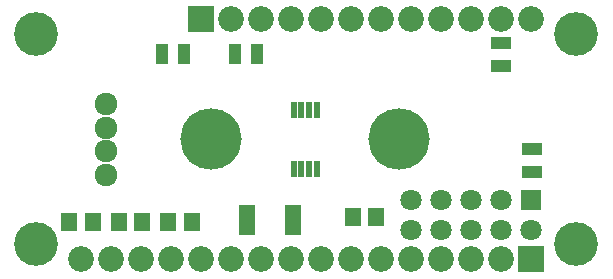
<source format=gts>
G04 #@! TF.FileFunction,Soldermask,Top*
%FSLAX46Y46*%
G04 Gerber Fmt 4.6, Leading zero omitted, Abs format (unit mm)*
G04 Created by KiCad (PCBNEW 4.0.5) date 02/17/17 15:16:51*
%MOMM*%
%LPD*%
G01*
G04 APERTURE LIST*
%ADD10C,0.100000*%
%ADD11C,5.200000*%
%ADD12R,1.400000X1.650000*%
%ADD13C,1.924000*%
%ADD14R,1.797000X1.797000*%
%ADD15C,1.797000*%
%ADD16R,1.100000X1.700000*%
%ADD17R,1.700000X1.100000*%
%ADD18R,1.350000X0.620000*%
%ADD19R,0.600000X1.400000*%
%ADD20C,3.702000*%
%ADD21C,2.178000*%
%ADD22R,2.178000X2.178000*%
G04 APERTURE END LIST*
D10*
D11*
X156370000Y-105000000D03*
D12*
X152400000Y-111600000D03*
X154400000Y-111600000D03*
X132600000Y-112000000D03*
X134600000Y-112000000D03*
X130400000Y-112000000D03*
X128400000Y-112000000D03*
X136800000Y-112000000D03*
X138800000Y-112000000D03*
D13*
X131500000Y-108000000D03*
X131500000Y-106000000D03*
X131500000Y-104000000D03*
X131500000Y-102000000D03*
D14*
X167480000Y-110130000D03*
D15*
X167480000Y-112670000D03*
X164940000Y-110130000D03*
X164940000Y-112670000D03*
X162400000Y-110130000D03*
X162400000Y-112670000D03*
X159860000Y-110130000D03*
X159860000Y-112670000D03*
X157320000Y-110130000D03*
X157320000Y-112670000D03*
D16*
X136250000Y-97800000D03*
X138150000Y-97800000D03*
X142450000Y-97800000D03*
X144350000Y-97800000D03*
D17*
X165000000Y-98750000D03*
X165000000Y-96850000D03*
X167600000Y-107750000D03*
X167600000Y-105850000D03*
D18*
X143425000Y-110800000D03*
X143425000Y-111300000D03*
X143425000Y-111800000D03*
X143425000Y-112300000D03*
X143425000Y-112800000D03*
X147375000Y-112800000D03*
X147375000Y-112300000D03*
X147375000Y-111800000D03*
X147375000Y-111300000D03*
X147375000Y-110800000D03*
D19*
X147425000Y-107500000D03*
X148075000Y-107500000D03*
X148725000Y-107500000D03*
X149375000Y-107500000D03*
X149375000Y-102500000D03*
X148725000Y-102500000D03*
X148075000Y-102500000D03*
X147425000Y-102500000D03*
D20*
X125641100Y-96113600D03*
X125641100Y-113893600D03*
X171361100Y-113893600D03*
X171361100Y-96113600D03*
D21*
X129451100Y-115163600D03*
X131991100Y-115163600D03*
X134531100Y-115163600D03*
X137071100Y-115163600D03*
X139611100Y-115163600D03*
X142151100Y-115163600D03*
X144691100Y-115163600D03*
X147231100Y-115163600D03*
X149771100Y-115163600D03*
X152311100Y-115163600D03*
X154851100Y-115163600D03*
X157391100Y-115163600D03*
X159931100Y-115163600D03*
X162471100Y-115163600D03*
X165011100Y-115163600D03*
D22*
X167551100Y-115163600D03*
D21*
X142151100Y-94843600D03*
D22*
X139611100Y-94843600D03*
D21*
X144691100Y-94843600D03*
X147231100Y-94843600D03*
X149771100Y-94843600D03*
X152311100Y-94843600D03*
X154851100Y-94843600D03*
X157391100Y-94843600D03*
X159931100Y-94843600D03*
X162471100Y-94843600D03*
X165011100Y-94843600D03*
X167551100Y-94843600D03*
D11*
X140430000Y-105000000D03*
M02*

</source>
